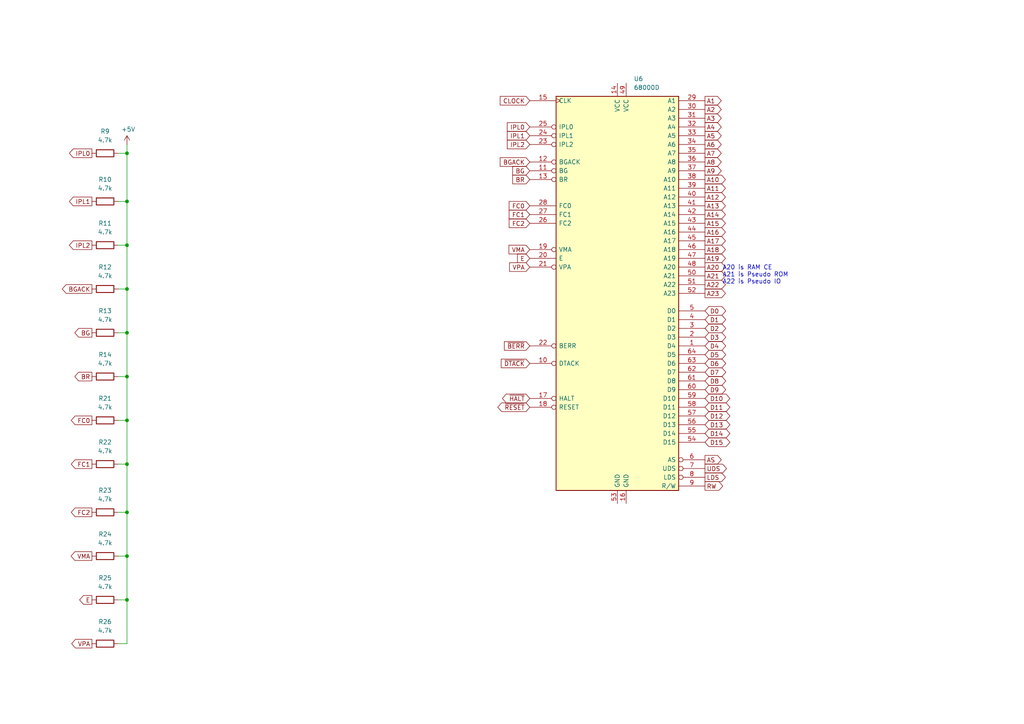
<source format=kicad_sch>
(kicad_sch (version 20230121) (generator eeschema)
  (paper "A4")
  (lib_symbols
    (symbol "CPU_NXP_68000:68000D" (pin_names (offset 0.762))
      (property "Reference" "U" (at 0 2.54 0))
      (property "Value" "68000D" (at 0 -3.81 0))
      (symbol "68000D_0_1"
        (rectangle (start -17.78 57.15) (end 17.78 -57.15) (stroke (width 0.254)) (fill (type background)))
      )
      (symbol "68000D_1_1"
        (pin bidirectional line (at 25.4 -15.24 180) (length 7.62) (name "D4") (number "1"))
        (pin input inverted (at -25.4 -20.32 0) (length 7.62) (name "DTACK") (number "10"))
        (pin output inverted (at -25.4 35.56 0) (length 7.62) (name "BG") (number "11"))
        (pin input inverted (at -25.4 38.1 0) (length 7.62) (name "BGACK") (number "12"))
        (pin input inverted (at -25.4 33.02 0) (length 7.62) (name "BR") (number "13"))
        (pin power_in line (at 0 60.96 270) (length 3.81) (name "VCC") (number "14"))
        (pin input clock (at -25.4 55.88 0) (length 7.62) (name "CLK") (number "15"))
        (pin power_in line (at 2.54 -60.96 90) (length 3.81) (name "GND") (number "16"))
        (pin bidirectional inverted (at -25.4 -30.48 0) (length 7.62) (name "HALT") (number "17"))
        (pin bidirectional inverted (at -25.4 -33.02 0) (length 7.62) (name "RESET") (number "18"))
        (pin output inverted (at -25.4 12.7 0) (length 7.62) (name "VMA") (number "19"))
        (pin bidirectional line (at 25.4 -12.7 180) (length 7.62) (name "D3") (number "2"))
        (pin output line (at -25.4 10.16 0) (length 7.62) (name "E") (number "20"))
        (pin input inverted (at -25.4 7.62 0) (length 7.62) (name "VPA") (number "21"))
        (pin input inverted (at -25.4 -15.24 0) (length 7.62) (name "BERR") (number "22"))
        (pin input inverted (at -25.4 43.18 0) (length 7.62) (name "IPL2") (number "23"))
        (pin input inverted (at -25.4 45.72 0) (length 7.62) (name "IPL1") (number "24"))
        (pin input inverted (at -25.4 48.26 0) (length 7.62) (name "IPL0") (number "25"))
        (pin output line (at -25.4 20.32 0) (length 7.62) (name "FC2") (number "26"))
        (pin output line (at -25.4 22.86 0) (length 7.62) (name "FC1") (number "27"))
        (pin output line (at -25.4 25.4 0) (length 7.62) (name "FC0") (number "28"))
        (pin output line (at 25.4 55.88 180) (length 7.62) (name "A1") (number "29"))
        (pin bidirectional line (at 25.4 -10.16 180) (length 7.62) (name "D2") (number "3"))
        (pin output line (at 25.4 53.34 180) (length 7.62) (name "A2") (number "30"))
        (pin output line (at 25.4 50.8 180) (length 7.62) (name "A3") (number "31"))
        (pin output line (at 25.4 48.26 180) (length 7.62) (name "A4") (number "32"))
        (pin output line (at 25.4 45.72 180) (length 7.62) (name "A5") (number "33"))
        (pin output line (at 25.4 43.18 180) (length 7.62) (name "A6") (number "34"))
        (pin output line (at 25.4 40.64 180) (length 7.62) (name "A7") (number "35"))
        (pin output line (at 25.4 38.1 180) (length 7.62) (name "A8") (number "36"))
        (pin output line (at 25.4 35.56 180) (length 7.62) (name "A9") (number "37"))
        (pin output line (at 25.4 33.02 180) (length 7.62) (name "A10") (number "38"))
        (pin output line (at 25.4 30.48 180) (length 7.62) (name "A11") (number "39"))
        (pin bidirectional line (at 25.4 -7.62 180) (length 7.62) (name "D1") (number "4"))
        (pin output line (at 25.4 27.94 180) (length 7.62) (name "A12") (number "40"))
        (pin output line (at 25.4 25.4 180) (length 7.62) (name "A13") (number "41"))
        (pin output line (at 25.4 22.86 180) (length 7.62) (name "A14") (number "42"))
        (pin output line (at 25.4 20.32 180) (length 7.62) (name "A15") (number "43"))
        (pin output line (at 25.4 17.78 180) (length 7.62) (name "A16") (number "44"))
        (pin output line (at 25.4 15.24 180) (length 7.62) (name "A17") (number "45"))
        (pin output line (at 25.4 12.7 180) (length 7.62) (name "A18") (number "46"))
        (pin output line (at 25.4 10.16 180) (length 7.62) (name "A19") (number "47"))
        (pin output line (at 25.4 7.62 180) (length 7.62) (name "A20") (number "48"))
        (pin power_in line (at 2.54 60.96 270) (length 3.81) (name "VCC") (number "49"))
        (pin bidirectional line (at 25.4 -5.08 180) (length 7.62) (name "D0") (number "5"))
        (pin output line (at 25.4 5.08 180) (length 7.62) (name "A21") (number "50"))
        (pin output line (at 25.4 2.54 180) (length 7.62) (name "A22") (number "51"))
        (pin output line (at 25.4 0 180) (length 7.62) (name "A23") (number "52"))
        (pin power_in line (at 0 -60.96 90) (length 3.81) (name "GND") (number "53"))
        (pin bidirectional line (at 25.4 -43.18 180) (length 7.62) (name "D15") (number "54"))
        (pin bidirectional line (at 25.4 -40.64 180) (length 7.62) (name "D14") (number "55"))
        (pin bidirectional line (at 25.4 -38.1 180) (length 7.62) (name "D13") (number "56"))
        (pin bidirectional line (at 25.4 -35.56 180) (length 7.62) (name "D12") (number "57"))
        (pin bidirectional line (at 25.4 -33.02 180) (length 7.62) (name "D11") (number "58"))
        (pin bidirectional line (at 25.4 -30.48 180) (length 7.62) (name "D10") (number "59"))
        (pin output inverted (at 25.4 -48.26 180) (length 7.62) (name "AS") (number "6"))
        (pin bidirectional line (at 25.4 -27.94 180) (length 7.62) (name "D9") (number "60"))
        (pin bidirectional line (at 25.4 -25.4 180) (length 7.62) (name "D8") (number "61"))
        (pin bidirectional line (at 25.4 -22.86 180) (length 7.62) (name "D7") (number "62"))
        (pin bidirectional line (at 25.4 -20.32 180) (length 7.62) (name "D6") (number "63"))
        (pin bidirectional line (at 25.4 -17.78 180) (length 7.62) (name "D5") (number "64"))
        (pin output inverted (at 25.4 -50.8 180) (length 7.62) (name "UDS") (number "7"))
        (pin output inverted (at 25.4 -53.34 180) (length 7.62) (name "LDS") (number "8"))
        (pin output line (at 25.4 -55.88 180) (length 7.62) (name "R/W") (number "9"))
      )
    )
    (symbol "Device:R" (pin_numbers hide) (pin_names (offset 0))
      (property "Reference" "R" (at 2.032 0 90))
      (property "Value" "R" (at 0 0 90))
      (symbol "R_0_1"
        (rectangle (start -1.016 -2.54) (end 1.016 2.54) (stroke (width 0.254)))
      )
      (symbol "R_1_1"
        (pin passive line (at 0 3.81 270) (length 1.27) (name "~") (number "1"))
        (pin passive line (at 0 -3.81 90) (length 1.27) (name "~") (number "2"))
      )
    )
    (symbol "power:+5V" (power) (pin_names (offset 0))
      (property "Value" "+5V" (at 0 3.556 0))
      (symbol "+5V_0_1"
        (polyline (pts (xy -0.762 1.27) (xy 0 2.54)))
        (polyline (pts (xy 0 0) (xy 0 2.54)))
        (polyline (pts (xy 0 2.54) (xy 0.762 1.27)))
      )
      (symbol "+5V_1_1"
        (pin power_in line (at 0 0 90) (length 0) hide (name "+5V") (number "1"))
      )
    )
  )
  (junction (at 36.83 134.62))
  (junction (at 36.83 71.12))
  (junction (at 36.83 109.22))
  (junction (at 36.83 58.42))
  (junction (at 36.83 173.99))
  (junction (at 36.83 148.59))
  (junction (at 36.83 44.45))
  (junction (at 36.83 96.52))
  (junction (at 36.83 121.92))
  (junction (at 36.83 161.29))
  (junction (at 36.83 83.82))
  (wire (pts (xy 36.83 173.99) (xy 36.83 186.69)))
  (wire (pts (xy 36.83 173.99) (xy 34.29 173.99)))
  (wire (pts (xy 36.83 148.59) (xy 36.83 161.29)))
  (wire (pts (xy 36.83 121.92) (xy 34.29 121.92)))
  (wire (pts (xy 36.83 41.91) (xy 36.83 44.45)))
  (wire (pts (xy 36.83 96.52) (xy 34.29 96.52)))
  (wire (pts (xy 36.83 58.42) (xy 36.83 71.12)))
  (wire (pts (xy 36.83 83.82) (xy 34.29 83.82)))
  (wire (pts (xy 34.29 44.45) (xy 36.83 44.45)))
  (wire (pts (xy 36.83 121.92) (xy 36.83 134.62)))
  (wire (pts (xy 36.83 186.69) (xy 34.29 186.69)))
  (wire (pts (xy 36.83 58.42) (xy 34.29 58.42)))
  (wire (pts (xy 36.83 134.62) (xy 34.29 134.62)))
  (wire (pts (xy 36.83 71.12) (xy 34.29 71.12)))
  (wire (pts (xy 36.83 44.45) (xy 36.83 58.42)))
  (wire (pts (xy 36.83 71.12) (xy 36.83 83.82)))
  (wire (pts (xy 36.83 83.82) (xy 36.83 96.52)))
  (wire (pts (xy 36.83 148.59) (xy 34.29 148.59)))
  (wire (pts (xy 36.83 109.22) (xy 34.29 109.22)))
  (wire (pts (xy 36.83 161.29) (xy 34.29 161.29)))
  (wire (pts (xy 36.83 161.29) (xy 36.83 173.99)))
  (wire (pts (xy 36.83 134.62) (xy 36.83 148.59)))
  (wire (pts (xy 36.83 96.52) (xy 36.83 109.22)))
  (wire (pts (xy 36.83 109.22) (xy 36.83 121.92)))
  (text "A20 is RAM CE\nA21 is Pseudo ROM\nA22 is Pseudo IO" (at 209.55 82.55 0) (effects (font (size 1.27 1.27)) (justify left bottom)))
  (global_label "AS" (shape output) (at 204.47 133.35 0) (property "Intersheetrefs" "${INTERSHEET_REFS}" (effects hide)))
  (global_label "RW" (shape output) (at 204.47 140.97 0) (property "Intersheetrefs" "${INTERSHEET_REFS}" (effects hide)))
  (global_label "A12" (shape output) (at 204.47 57.15 0) (property "Intersheetrefs" "${INTERSHEET_REFS}" (effects hide)))
  (global_label "D1" (shape bidirectional) (at 204.47 92.71 0) (property "Intersheetrefs" "${INTERSHEET_REFS}" (effects hide)))
  (global_label "VPA" (shape input) (at 153.67 77.47 180) (property "Intersheetrefs" "${INTERSHEET_REFS}" (effects hide)))
  (global_label "D8" (shape bidirectional) (at 204.47 110.49 0) (property "Intersheetrefs" "${INTERSHEET_REFS}" (effects hide)))
  (global_label "~{BERR}" (shape input) (at 153.67 100.33 180) (property "Intersheetrefs" "${INTERSHEET_REFS}" (effects hide)))
  (global_label "A9" (shape output) (at 204.47 49.53 0) (property "Intersheetrefs" "${INTERSHEET_REFS}" (effects hide)))
  (global_label "A18" (shape output) (at 204.47 72.39 0) (property "Intersheetrefs" "${INTERSHEET_REFS}" (effects hide)))
  (global_label "A23" (shape output) (at 204.47 85.09 0) (property "Intersheetrefs" "${INTERSHEET_REFS}" (effects hide)))
  (global_label "A15" (shape output) (at 204.47 64.77 0) (property "Intersheetrefs" "${INTERSHEET_REFS}" (effects hide)))
  (global_label "A11" (shape output) (at 204.47 54.61 0) (property "Intersheetrefs" "${INTERSHEET_REFS}" (effects hide)))
  (global_label "UDS" (shape output) (at 204.47 135.89 0) (property "Intersheetrefs" "${INTERSHEET_REFS}" (effects hide)))
  (global_label "IPL1" (shape output) (at 26.67 58.42 180) (property "Intersheetrefs" "${INTERSHEET_REFS}" (effects hide)))
  (global_label "D13" (shape bidirectional) (at 204.47 123.19 0) (property "Intersheetrefs" "${INTERSHEET_REFS}" (effects hide)))
  (global_label "D6" (shape bidirectional) (at 204.47 105.41 0) (property "Intersheetrefs" "${INTERSHEET_REFS}" (effects hide)))
  (global_label "VMA" (shape output) (at 26.67 161.29 180) (property "Intersheetrefs" "${INTERSHEET_REFS}" (effects hide)))
  (global_label "A21" (shape output) (at 204.47 80.01 0) (property "Intersheetrefs" "${INTERSHEET_REFS}" (effects hide)))
  (global_label "D14" (shape bidirectional) (at 204.47 125.73 0) (property "Intersheetrefs" "${INTERSHEET_REFS}" (effects hide)))
  (global_label "D9" (shape bidirectional) (at 204.47 113.03 0) (property "Intersheetrefs" "${INTERSHEET_REFS}" (effects hide)))
  (global_label "IPL0" (shape input) (at 153.67 36.83 180) (property "Intersheetrefs" "${INTERSHEET_REFS}" (effects hide)))
  (global_label "VMA" (shape input) (at 153.67 72.39 180) (property "Intersheetrefs" "${INTERSHEET_REFS}" (effects hide)))
  (global_label "D0" (shape bidirectional) (at 204.47 90.17 0) (property "Intersheetrefs" "${INTERSHEET_REFS}" (effects hide)))
  (global_label "A17" (shape output) (at 204.47 69.85 0) (property "Intersheetrefs" "${INTERSHEET_REFS}" (effects hide)))
  (global_label "E" (shape input) (at 153.67 74.93 180) (property "Intersheetrefs" "${INTERSHEET_REFS}" (effects hide)))
  (global_label "VPA" (shape output) (at 26.67 186.69 180) (property "Intersheetrefs" "${INTERSHEET_REFS}" (effects hide)))
  (global_label "FC0" (shape input) (at 153.67 59.69 180) (property "Intersheetrefs" "${INTERSHEET_REFS}" (effects hide)))
  (global_label "BR" (shape input) (at 153.67 52.07 180) (property "Intersheetrefs" "${INTERSHEET_REFS}" (effects hide)))
  (global_label "D12" (shape bidirectional) (at 204.47 120.65 0) (property "Intersheetrefs" "${INTERSHEET_REFS}" (effects hide)))
  (global_label "A14" (shape output) (at 204.47 62.23 0) (property "Intersheetrefs" "${INTERSHEET_REFS}" (effects hide)))
  (global_label "A5" (shape output) (at 204.47 39.37 0) (property "Intersheetrefs" "${INTERSHEET_REFS}" (effects hide)))
  (global_label "A10" (shape output) (at 204.47 52.07 0) (property "Intersheetrefs" "${INTERSHEET_REFS}" (effects hide)))
  (global_label "A19" (shape output) (at 204.47 74.93 0) (property "Intersheetrefs" "${INTERSHEET_REFS}" (effects hide)))
  (global_label "A7" (shape output) (at 204.47 44.45 0) (property "Intersheetrefs" "${INTERSHEET_REFS}" (effects hide)))
  (global_label "D3" (shape bidirectional) (at 204.47 97.79 0) (property "Intersheetrefs" "${INTERSHEET_REFS}" (effects hide)))
  (global_label "IPL2" (shape output) (at 26.67 71.12 180) (property "Intersheetrefs" "${INTERSHEET_REFS}" (effects hide)))
  (global_label "~{RESET}" (shape bidirectional) (at 153.67 118.11 180) (property "Intersheetrefs" "${INTERSHEET_REFS}" (effects hide)))
  (global_label "FC1" (shape output) (at 26.67 134.62 180) (property "Intersheetrefs" "${INTERSHEET_REFS}" (effects hide)))
  (global_label "A4" (shape output) (at 204.47 36.83 0) (property "Intersheetrefs" "${INTERSHEET_REFS}" (effects hide)))
  (global_label "LDS" (shape output) (at 204.47 138.43 0) (property "Intersheetrefs" "${INTERSHEET_REFS}" (effects hide)))
  (global_label "BG" (shape input) (at 153.67 49.53 180) (property "Intersheetrefs" "${INTERSHEET_REFS}" (effects hide)))
  (global_label "D2" (shape bidirectional) (at 204.47 95.25 0) (property "Intersheetrefs" "${INTERSHEET_REFS}" (effects hide)))
  (global_label "FC2" (shape input) (at 153.67 64.77 180) (property "Intersheetrefs" "${INTERSHEET_REFS}" (effects hide)))
  (global_label "A6" (shape output) (at 204.47 41.91 0) (property "Intersheetrefs" "${INTERSHEET_REFS}" (effects hide)))
  (global_label "D15" (shape bidirectional) (at 204.47 128.27 0) (property "Intersheetrefs" "${INTERSHEET_REFS}" (effects hide)))
  (global_label "A13" (shape output) (at 204.47 59.69 0) (property "Intersheetrefs" "${INTERSHEET_REFS}" (effects hide)))
  (global_label "~{DTACK}" (shape input) (at 153.67 105.41 180) (property "Intersheetrefs" "${INTERSHEET_REFS}" (effects hide)))
  (global_label "A8" (shape output) (at 204.47 46.99 0) (property "Intersheetrefs" "${INTERSHEET_REFS}" (effects hide)))
  (global_label "BG" (shape output) (at 26.67 96.52 180) (property "Intersheetrefs" "${INTERSHEET_REFS}" (effects hide)))
  (global_label "BGACK" (shape input) (at 153.67 46.99 180) (property "Intersheetrefs" "${INTERSHEET_REFS}" (effects hide)))
  (global_label "A2" (shape output) (at 204.47 31.75 0) (property "Intersheetrefs" "${INTERSHEET_REFS}" (effects hide)))
  (global_label "A22" (shape output) (at 204.47 82.55 0) (property "Intersheetrefs" "${INTERSHEET_REFS}" (effects hide)))
  (global_label "D4" (shape bidirectional) (at 204.47 100.33 0) (property "Intersheetrefs" "${INTERSHEET_REFS}" (effects hide)))
  (global_label "A1" (shape output) (at 204.47 29.21 0) (property "Intersheetrefs" "${INTERSHEET_REFS}" (effects hide)))
  (global_label "FC1" (shape input) (at 153.67 62.23 180) (property "Intersheetrefs" "${INTERSHEET_REFS}" (effects hide)))
  (global_label "FC2" (shape output) (at 26.67 148.59 180) (property "Intersheetrefs" "${INTERSHEET_REFS}" (effects hide)))
  (global_label "IPL1" (shape input) (at 153.67 39.37 180) (property "Intersheetrefs" "${INTERSHEET_REFS}" (effects hide)))
  (global_label "~{HALT}" (shape bidirectional) (at 153.67 115.57 180) (property "Intersheetrefs" "${INTERSHEET_REFS}" (effects hide)))
  (global_label "D7" (shape bidirectional) (at 204.47 107.95 0) (property "Intersheetrefs" "${INTERSHEET_REFS}" (effects hide)))
  (global_label "A20" (shape output) (at 204.47 77.47 0) (property "Intersheetrefs" "${INTERSHEET_REFS}" (effects hide)))
  (global_label "BR" (shape output) (at 26.67 109.22 180) (property "Intersheetrefs" "${INTERSHEET_REFS}" (effects hide)))
  (global_label "E" (shape output) (at 26.67 173.99 180) (property "Intersheetrefs" "${INTERSHEET_REFS}" (effects hide)))
  (global_label "IPL2" (shape input) (at 153.67 41.91 180) (property "Intersheetrefs" "${INTERSHEET_REFS}" (effects hide)))
  (global_label "FC0" (shape output) (at 26.67 121.92 180) (property "Intersheetrefs" "${INTERSHEET_REFS}" (effects hide)))
  (global_label "D11" (shape bidirectional) (at 204.47 118.11 0) (property "Intersheetrefs" "${INTERSHEET_REFS}" (effects hide)))
  (global_label "A3" (shape output) (at 204.47 34.29 0) (property "Intersheetrefs" "${INTERSHEET_REFS}" (effects hide)))
  (global_label "D5" (shape bidirectional) (at 204.47 102.87 0) (property "Intersheetrefs" "${INTERSHEET_REFS}" (effects hide)))
  (global_label "D10" (shape bidirectional) (at 204.47 115.57 0) (property "Intersheetrefs" "${INTERSHEET_REFS}" (effects hide)))
  (global_label "BGACK" (shape output) (at 26.67 83.82 180) (property "Intersheetrefs" "${INTERSHEET_REFS}" (effects hide)))
  (global_label "A16" (shape output) (at 204.47 67.31 0) (property "Intersheetrefs" "${INTERSHEET_REFS}" (effects hide)))
  (global_label "CLOCK" (shape input) (at 153.67 29.21 180) (property "Intersheetrefs" "${INTERSHEET_REFS}" (effects hide)))
  (global_label "IPL0" (shape output) (at 26.67 44.45 180) (property "Intersheetrefs" "${INTERSHEET_REFS}" (effects hide)))
  (symbol (lib_id "Device:R") (at 30.48 58.42 90) (unit 1)
    (property "Reference" "R10" (at 30.48 52.07 90))
    (property "Value" "4.7k" (at 30.48 54.61 90))
    (property "Footprint" "Resistor_SMD:R_0201_0603Metric" (effects hide))
    (property "Datasheet" "https://datasheet.lcsc.com/lcsc/2206010116_UNI-ROYAL-Uniroyal-Elec-0603WAF470KT5E_C23164.pdf" (effects hide))
    (property "JLPCB Part" "C23164" (effects hide))
  )
  (symbol (lib_id "Device:R") (at 30.48 173.99 90) (unit 1)
    (property "Reference" "R25" (at 30.48 167.64 90))
    (property "Value" "4.7k" (at 30.48 170.18 90))
    (property "Footprint" "Resistor_SMD:R_0201_0603Metric" (effects hide))
    (property "Datasheet" "https://datasheet.lcsc.com/lcsc/2206010116_UNI-ROYAL-Uniroyal-Elec-0603WAF470KT5E_C23164.pdf" (effects hide))
    (property "JLPCB Part" "C23164" (effects hide))
  )
  (symbol (lib_id "power:+5V") (at 36.83 41.91 0) (unit 1)
    (property "Reference" "#PWR08" (effects hide))
    (property "Value" "+5V" (at 37.211 37.5158 0))
  )
  (symbol (lib_id "Device:R") (at 30.48 109.22 90) (unit 1)
    (property "Reference" "R14" (at 30.48 102.87 90))
    (property "Value" "4.7k" (at 30.48 105.41 90))
    (property "Footprint" "Resistor_SMD:R_0201_0603Metric" (effects hide))
    (property "Datasheet" "https://datasheet.lcsc.com/lcsc/2206010116_UNI-ROYAL-Uniroyal-Elec-0603WAF470KT5E_C23164.pdf" (effects hide))
    (property "JLPCB Part" "C23164" (effects hide))
  )
  (symbol (lib_id "Device:R") (at 30.48 44.45 90) (unit 1)
    (property "Reference" "R9" (at 30.48 38.1 90))
    (property "Value" "4.7k" (at 30.48 40.64 90))
    (property "Footprint" "Resistor_SMD:R_0201_0603Metric" (effects hide))
    (property "Datasheet" "https://datasheet.lcsc.com/lcsc/2206010116_UNI-ROYAL-Uniroyal-Elec-0603WAF470KT5E_C23164.pdf" (effects hide))
    (property "JLPCB Part" "C23164" (effects hide))
  )
  (symbol (lib_id "Device:R") (at 30.48 71.12 90) (unit 1)
    (property "Reference" "R11" (at 30.48 64.77 90))
    (property "Value" "4.7k" (at 30.48 67.31 90))
    (property "Footprint" "Resistor_SMD:R_0201_0603Metric" (effects hide))
    (property "Datasheet" "https://datasheet.lcsc.com/lcsc/2206010116_UNI-ROYAL-Uniroyal-Elec-0603WAF470KT5E_C23164.pdf" (effects hide))
    (property "JLPCB Part" "C23164" (effects hide))
  )
  (symbol (lib_id "Device:R") (at 30.48 161.29 90) (unit 1)
    (property "Reference" "R24" (at 30.48 154.94 90))
    (property "Value" "4.7k" (at 30.48 157.48 90))
    (property "Footprint" "Resistor_SMD:R_0201_0603Metric" (effects hide))
    (property "Datasheet" "https://datasheet.lcsc.com/lcsc/2206010116_UNI-ROYAL-Uniroyal-Elec-0603WAF470KT5E_C23164.pdf" (effects hide))
    (property "JLPCB Part" "C23164" (effects hide))
  )
  (symbol (lib_id "Device:R") (at 30.48 83.82 90) (unit 1)
    (property "Reference" "R12" (at 30.48 77.47 90))
    (property "Value" "4.7k" (at 30.48 80.01 90))
    (property "Footprint" "Resistor_SMD:R_0201_0603Metric" (effects hide))
    (property "Datasheet" "https://datasheet.lcsc.com/lcsc/2206010116_UNI-ROYAL-Uniroyal-Elec-0603WAF470KT5E_C23164.pdf" (effects hide))
    (property "JLPCB Part" "C23164" (effects hide))
  )
  (symbol (lib_id "Device:R") (at 30.48 121.92 90) (unit 1)
    (property "Reference" "R21" (at 30.48 115.57 90))
    (property "Value" "4.7k" (at 30.48 118.11 90))
    (property "Footprint" "Resistor_SMD:R_0201_0603Metric" (effects hide))
    (property "Datasheet" "https://datasheet.lcsc.com/lcsc/2206010116_UNI-ROYAL-Uniroyal-Elec-0603WAF470KT5E_C23164.pdf" (effects hide))
    (property "JLPCB Part" "C23164" (effects hide))
  )
  (symbol (lib_id "Device:R") (at 30.48 134.62 90) (unit 1)
    (property "Reference" "R22" (at 30.48 128.27 90))
    (property "Value" "4.7k" (at 30.48 130.81 90))
    (property "Footprint" "Resistor_SMD:R_0201_0603Metric" (effects hide))
    (property "Datasheet" "https://datasheet.lcsc.com/lcsc/2206010116_UNI-ROYAL-Uniroyal-Elec-0603WAF470KT5E_C23164.pdf" (effects hide))
    (property "JLPCB Part" "C23164" (effects hide))
  )
  (symbol (lib_id "Device:R") (at 30.48 96.52 90) (unit 1)
    (property "Reference" "R13" (at 30.48 90.17 90))
    (property "Value" "4.7k" (at 30.48 92.71 90))
    (property "Footprint" "Resistor_SMD:R_0201_0603Metric" (effects hide))
    (property "Datasheet" "https://datasheet.lcsc.com/lcsc/2206010116_UNI-ROYAL-Uniroyal-Elec-0603WAF470KT5E_C23164.pdf" (effects hide))
    (property "JLPCB Part" "C23164" (effects hide))
  )
  (symbol (lib_id "Device:R") (at 30.48 148.59 90) (unit 1)
    (property "Reference" "R23" (at 30.48 142.24 90))
    (property "Value" "4.7k" (at 30.48 144.78 90))
    (property "Footprint" "Resistor_SMD:R_0201_0603Metric" (effects hide))
    (property "Datasheet" "https://datasheet.lcsc.com/lcsc/2206010116_UNI-ROYAL-Uniroyal-Elec-0603WAF470KT5E_C23164.pdf" (effects hide))
    (property "JLPCB Part" "C23164" (effects hide))
  )
  (symbol (lib_id "Device:R") (at 30.48 186.69 90) (unit 1)
    (property "Reference" "R26" (at 30.48 180.34 90))
    (property "Value" "4.7k" (at 30.48 182.88 90))
    (property "Footprint" "Resistor_SMD:R_0201_0603Metric" (effects hide))
    (property "Datasheet" "https://datasheet.lcsc.com/lcsc/2206010116_UNI-ROYAL-Uniroyal-Elec-0603WAF470KT5E_C23164.pdf" (effects hide))
    (property "JLPCB Part" "C23164" (effects hide))
  )
  (symbol (lib_id "CPU_NXP_68000:68000D") (at 179.07 85.09 0) (unit 1)
    (property "Reference" "U6" (at 183.8041 22.86 0) (effects (justify left)))
    (property "Value" "68000D" (at 183.8041 25.4 0) (effects (justify left)))
    (property "Footprint" "Package_DIP:DIP-64_W25.4mm_Socket" (effects hide))
    (property "Datasheet" "https://www.nxp.com/docs/en/reference-manual/MC68000UM.pdf" (effects hide))
    (property "JLPCB Part" "N/A" (effects hide))
  )
)
</source>
